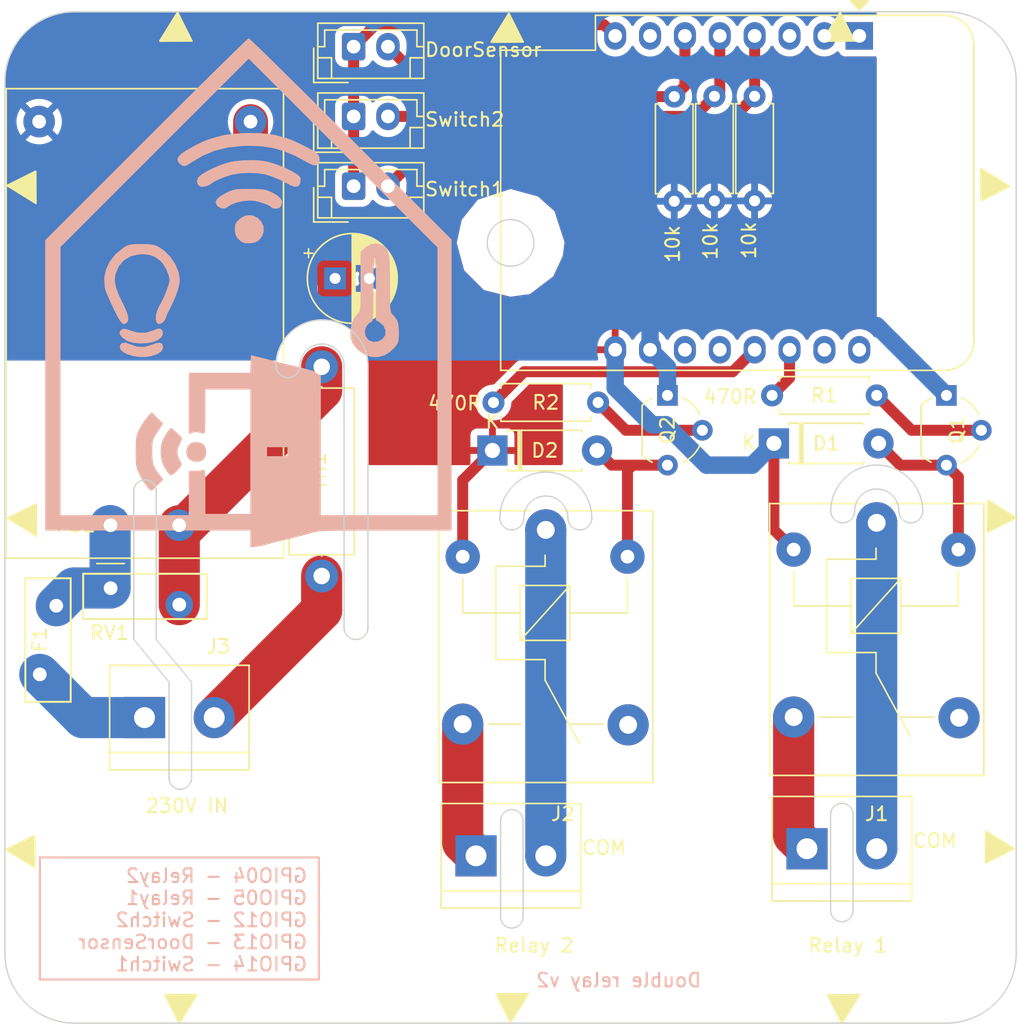
<source format=kicad_pcb>
(kicad_pcb (version 20221018) (generator pcbnew)
  (layers (0 "F.Cu" signal) (31 "B.Cu" signal) (34 "B.Paste" user) (35 "F.Paste" user) (36 "B.SilkS" user "B.Silkscreen") (37 "F.SilkS" user "F.Silkscreen") (38 "B.Mask" user) (39 "F.Mask" user) (44 "Edge.Cuts" user))
  (net 0 "")
  (net 2 "/Relay1_NO")
  (net 3 "Net-(J3-Pin_1)")
  (net 4 "Net-(PS1-AC{slash}N)")
  (net 5 "GND")
  (net 6 "/Door_Sensor")
  (net 7 "+5V")
  (net 8 "/Switch1")
  (net 9 "/Relay1")
  (net 10 "/Relay2")
  (net 15 "+3.3V")
  (net 16 "/Switch2")
  (net 20 "Net-(D1-A)")
  (net 21 "Net-(Q1-B)")
  (net 22 "Net-(D2-A)")
  (net 23 "Net-(Q2-B)")
  (net 24 "/Relay1_COM")
  (net 25 "/Relay2_COM")
  (net 26 "/Relay2_NO")
  (net 27 "Net-(PS1-AC{slash}L)")
  (net 28 "Net-(J3-Pin_2)")
  (footprint "TerminalBlock:TerminalBlock_bornier-2_P5.08mm" (layer "F.Cu") (at 66.046649 76.808031)
    (fp_text reference "J3" (at 5.392307 -5.176517) (layer "F.SilkS"))
    (fp_text value "Screw_Terminal_01x02")
    (pad "1" thru_hole rect (at 0 0) (size 3 3) (drill 1.52) (layers "*.Cu" "*.Mask") (net 3 "Net-(J3-Pin_1)"))
    (pad "2" thru_hole circle (at 5.08 0) (size 3 3) (drill 1.52) (layers "*.Cu" "*.Mask") (net 28 "Net-(J3-Pin_2)"))
  )
  (footprint "Diode_THT:D_DO-41_SOD81_P7.62mm_Horizontal" (layer "F.Cu") (at 111.891164 56.83622)
    (fp_text reference "D1" (at 3.81 0) (layer "F.SilkS"))
    (fp_text value "1N4001")
    (fp_text user "K" (at -1.807468 -0.041727) (layer "F.SilkS"))
    (pad "1" thru_hole rect (at 0 0) (size 2.2 2.2) (drill 1.1) (layers "*.Cu" "*.Mask") (net 7 "+5V"))
    (pad "2" thru_hole oval (at 7.62 0) (size 2.2 2.2) (drill 1.1) (layers "*.Cu" "*.Mask") (net 20 "Net-(D1-A)"))
  )
  (footprint "TerminalBlock:TerminalBlock_bornier-2_P5.08mm" (layer "F.Cu") (at 114.3 86.36)
    (fp_text reference "J1" (at 5.08 -2.54) (layer "F.SilkS"))
    (fp_text value "Screw_Terminal_01x02")
    (pad "1" thru_hole rect (at 0 0) (size 3 3) (drill 1.52) (layers "*.Cu" "*.Mask") (net 2 "/Relay1_NO"))
    (pad "2" thru_hole circle (at 5.08 0) (size 3 3) (drill 1.52) (layers "*.Cu" "*.Mask") (net 24 "/Relay1_COM"))
  )
  (footprint "Package_TO_SOT_THT:TO-92_Wide" (layer "F.Cu") (at 124.46 53.34 -90)
    (fp_text reference "Q1" (at 2.54 -0.77 90) (layer "F.SilkS"))
    (fp_text value "2N3904")
    (pad "1" thru_hole rect (at 0 0 270) (size 1.5 1.5) (drill 0.8) (layers "*.Cu" "*.Mask") (net 5 "GND"))
    (pad "2" thru_hole circle (at 2.54 -2.54 270) (size 1.5 1.5) (drill 0.8) (layers "*.Cu" "*.Mask") (net 21 "Net-(Q1-B)"))
    (pad "3" thru_hole circle (at 5.08 0 270) (size 1.5 1.5) (drill 0.8) (layers "*.Cu" "*.Mask") (net 20 "Net-(D1-A)"))
  )
  (footprint "Capacitor_THT:CP_Radial_D6.3mm_P2.50mm" (layer "F.Cu") (at 79.930232 44.820125)
    (fp_text reference "C1" hide)
    (fp_text value "470uF")
    (pad "1" thru_hole rect (at 0 0) (size 1.6 1.6) (drill 0.8) (layers "*.Cu" "*.Mask") (net 7 "+5V"))
    (pad "2" thru_hole circle (at 2.5 0) (size 1.6 1.6) (drill 0.8) (layers "*.Cu" "*.Mask") (net 5 "GND"))
  )
  (footprint "Various_Custom_Parts:resetable_fuse_D9mm_W3.3mm_P5mm" (layer "F.Cu") (at 58.42 73.66 90)
    (fp_text reference "F1" (at 2.54 0 90) (layer "F.SilkS"))
    (fp_text value "fuse 250V 2A")
    (pad "1" thru_hole circle (at 0 0 90) (size 2 2) (drill 1) (layers "*.Cu" "*.Mask") (net 3 "Net-(J3-Pin_1)"))
    (pad "2" thru_hole circle (at 5 1.2 90) (size 2 2) (drill 1) (layers "*.Cu" "*.Mask") (net 27 "Net-(PS1-AC{slash}L)"))
  )
  (footprint "Connector_JST:JST_EH_B2B-EH-A_1x02_P2.50mm_Vertical" (layer "F.Cu") (at 81.28 33.02)
    (fp_text reference "Switch2" hide)
    (fp_text value "Conn_01x02_Pin" hide)
    (pad "1" thru_hole roundrect (at 0 0) (size 1.7 2) (drill 1) (layers "*.Cu" "*.Mask") (roundrect_rratio 0.1470588235) (net 15 "+3.3V"))
    (pad "2" thru_hole oval (at 2.5 0) (size 1.7 2) (drill 1) (layers "*.Cu" "*.Mask") (net 16 "/Switch2"))
  )
  (footprint "Resistor_THT:R_Axial_DIN0207_L6.3mm_D2.5mm_P7.62mm_Horizontal" (layer "F.Cu") (at 99.085131 53.85531 180)
    (fp_text reference "R2" (at 3.81 0) (layer "F.SilkS"))
    (fp_text value "470R")
    (pad "1" thru_hole circle (at 0 0 180) (size 1.6 1.6) (drill 0.8) (layers "*.Cu" "*.Mask") (net 23 "Net-(Q2-B)"))
    (pad "2" thru_hole oval (at 7.62 0 180) (size 1.6 1.6) (drill 0.8) (layers "*.Cu" "*.Mask") (net 10 "/Relay2"))
  )
  (footprint "Various_Custom_Parts:resetable_fuse_D9mm_W3.3mm_P5mm" (layer "F.Cu") (at 63.58 67.38)
    (fp_text reference "RV1" (at -0.08 3.25) (layer "F.SilkS"))
    (fp_text value "7D391K")
    (pad "1" thru_hole circle (at 0 0) (size 2 2) (drill 1) (layers "*.Cu" "*.Mask") (net 27 "Net-(PS1-AC{slash}L)"))
    (pad "2" thru_hole circle (at 5 1.2) (size 2 2) (drill 1) (layers "*.Cu" "*.Mask") (net 4 "Net-(PS1-AC{slash}N)"))
  )
  (footprint "Connector_JST:JST_EH_B2B-EH-A_1x02_P2.50mm_Vertical" (layer "F.Cu") (at 81.28 38.1)
    (fp_text reference "Switch1" hide)
    (fp_text value "Conn_01x02_Pin" hide)
    (pad "1" thru_hole roundrect (at 0 0) (size 1.7 2) (drill 1) (layers "*.Cu" "*.Mask") (roundrect_rratio 0.1470588235) (net 15 "+3.3V"))
    (pad "2" thru_hole oval (at 2.5 0) (size 1.7 2) (drill 1) (layers "*.Cu" "*.Mask") (net 8 "/Switch1"))
  )
  (footprint "Relay_THT:Relay_SPDT_SANYOU_SRD_Series_Form_C" (layer "F.Cu") (at 95.275131 63.13531 -90)
    (fp_text reference "K2" hide)
    (fp_text value "SANYOU_SRD_Form_C")
    (pad "1" thru_hole circle (at 0 0) (size 3 3) (drill 1.3) (layers "*.Cu" "*.Mask") (net 25 "/Relay2_COM"))
    (pad "2" thru_hole circle (at 1.95 6.05) (size 2.5 2.5) (drill 1) (layers "*.Cu" "*.Mask") (net 7 "+5V"))
    (pad "3" thru_hole circle (at 14.15 6.05) (size 3 3) (drill 1.3) (layers "*.Cu" "*.Mask") (net 26 "/Relay2_NO"))
    (pad "4" thru_hole circle (at 14.2 -6) (size 3 3) (drill 1.3) (layers "*.Cu" "*.Mask"))
    (pad "5" thru_hole circle (at 1.95 -5.95) (size 2.5 2.5) (drill 1) (layers "*.Cu" "*.Mask") (net 22 "Net-(D2-A)"))
  )
  (footprint "Relay_THT:Relay_SPDT_SANYOU_SRD_Series_Form_C" (layer "F.Cu") (at 119.38 62.62 -90)
    (fp_text reference "K1" hide)
    (fp_text value "SANYOU_SRD_Form_C")
    (pad "1" thru_hole circle (at 0 0) (size 3 3) (drill 1.3) (layers "*.Cu" "*.Mask") (net 24 "/Relay1_COM"))
    (pad "2" thru_hole circle (at 1.95 6.05) (size 2.5 2.5) (drill 1) (layers "*.Cu" "*.Mask") (net 7 "+5V"))
    (pad "3" thru_hole circle (at 14.15 6.05) (size 3 3) (drill 1.3) (layers "*.Cu" "*.Mask") (net 2 "/Relay1_NO"))
    (pad "4" thru_hole circle (at 14.2 -6) (size 3 3) (drill 1.3) (layers "*.Cu" "*.Mask"))
    (pad "5" thru_hole circle (at 1.95 -5.95) (size 2.5 2.5) (drill 1) (layers "*.Cu" "*.Mask") (net 20 "Net-(D1-A)"))
  )
  (footprint "Diode_THT:D_DO-41_SOD81_P7.62mm_Horizontal" (layer "F.Cu") (at 91.391342 57.35153)
    (fp_text reference "D2" (at 3.81 0) (layer "F.SilkS"))
    (fp_text value "1N4001")
    (fp_text user "K" (at 0 -2.1) (layer "F.SilkS"))
    (pad "1" thru_hole rect (at 0 0) (size 2.2 2.2) (drill 1.1) (layers "*.Cu" "*.Mask") (net 7 "+5V"))
    (pad "2" thru_hole oval (at 7.62 0) (size 2.2 2.2) (drill 1.1) (layers "*.Cu" "*.Mask") (net 22 "Net-(D2-A)"))
  )
  (footprint "Resistor_THT:R_Axial_DIN0207_L6.3mm_D2.5mm_P7.62mm_Horizontal" (layer "F.Cu") (at 119.38 53.34 180)
    (fp_text reference "R1" (at 3.81 0) (layer "F.SilkS"))
    (fp_text value "470R")
    (pad "1" thru_hole circle (at 0 0 180) (size 1.6 1.6) (drill 0.8) (layers "*.Cu" "*.Mask") (net 21 "Net-(Q1-B)"))
    (pad "2" thru_hole oval (at 7.62 0 180) (size 1.6 1.6) (drill 0.8) (layers "*.Cu" "*.Mask") (net 9 "/Relay1"))
  )
  (footprint "Resistor_THT:R_Axial_DIN0207_L6.3mm_D2.5mm_P7.62mm_Horizontal" (layer "F.Cu") (at 107.558163 31.552827 -90)
    (fp_text reference "R4" hide)
    (fp_text value "10k" hide)
    (pad "1" thru_hole circle (at 0 0 270) (size 1.6 1.6) (drill 0.8) (layers "*.Cu" "*.Mask") (net 16 "/Switch2"))
    (pad "2" thru_hole oval (at 7.62 0 270) (size 1.6 1.6) (drill 0.8) (layers "*.Cu" "*.Mask") (net 5 "GND"))
  )
  (footprint "Resistor_THT:R_Axial_DIN0207_L6.3mm_D2.5mm_P7.62mm_Horizontal" (layer "F.Cu") (at 110.483645 31.552827 -90)
    (fp_text reference "R3" hide)
    (fp_text value "10k" hide)
    (pad "1" thru_hole circle (at 0 0 270) (size 1.6 1.6) (drill 0.8) (layers "*.Cu" "*.Mask") (net 8 "/Switch1"))
    (pad "2" thru_hole oval (at 7.62 0 270) (size 1.6 1.6) (drill 0.8) (layers "*.Cu" "*.Mask") (net 5 "GND"))
  )
  (footprint "Resistor_THT:R_Axial_DIN0414_L11.9mm_D4.5mm_P15.24mm_Horizontal" (layer "F.Cu") (at 78.951901 51.255515 -90)
    (fp_text reference "TH1" (at 7.62 0.211901 90) (layer "F.SilkS"))
    (fp_text value "Thermistor")
    (pad "1" thru_hole circle (at 0 0 270) (size 2.4 2.4) (drill 1.2) (layers "*.Cu" "*.Mask") (net 4 "Net-(PS1-AC{slash}N)"))
    (pad "2" thru_hole oval (at 15.24 0 270) (size 2.4 2.4) (drill 1.2) (layers "*.Cu" "*.Mask") (net 28 "Net-(J3-Pin_2)"))
  )
  (footprint "Package_TO_SOT_THT:TO-92_Wide" (layer "F.Cu") (at 104.14 53.34 -90)
    (fp_text reference "Q2" (at 2.54 0 90) (layer "F.SilkS"))
    (fp_text value "2N3904")
    (pad "1" thru_hole rect (at 0 0 270) (size 1.5 1.5) (drill 0.8) (layers "*.Cu" "*.Mask") (net 5 "GND"))
    (pad "2" thru_hole circle (at 2.54 -2.54 270) (size 1.5 1.5) (drill 0.8) (layers "*.Cu" "*.Mask") (net 23 "Net-(Q2-B)"))
    (pad "3" thru_hole circle (at 5.08 0 270) (size 1.5 1.5) (drill 0.8) (layers "*.Cu" "*.Mask") (net 22 "Net-(D2-A)"))
  )
  (footprint "Resistor_THT:R_Axial_DIN0207_L6.3mm_D2.5mm_P7.62mm_Horizontal" (layer "F.Cu") (at 104.632681 31.57741 -90)
    (fp_text reference "R5" hide)
    (fp_text value "10k" hide)
    (pad "1" thru_hole circle (at 0 0 270) (size 1.6 1.6) (drill 0.8) (layers "*.Cu" "*.Mask") (net 6 "/Door_Sensor"))
    (pad "2" thru_hole oval (at 7.62 0 270) (size 1.6 1.6) (drill 0.8) (layers "*.Cu" "*.Mask") (net 5 "GND"))
  )
  (footprint "Connector_JST:JST_EH_B2B-EH-A_1x02_P2.50mm_Vertical" (layer "F.Cu") (at 81.28 27.94)
    (fp_text reference "DoorSensor1" hide)
    (fp_text value "Conn_01x02_Pin" hide)
    (pad "1" thru_hole roundrect (at 0 0) (size 1.7 2) (drill 1) (layers "*.Cu" "*.Mask") (roundrect_rratio 0.1470588235) (net 15 "+3.3V"))
    (pad "2" thru_hole oval (at 2.5 0) (size 1.7 2) (drill 1) (layers "*.Cu" "*.Mask") (net 6 "/Door_Sensor"))
  )
  (footprint "Converter_ACDC:Converter_ACDC_HiLink_HLK-PMxx" (layer "F.Cu") (at 63.572845 62.797865 90)
    (fp_text reference "PS1" (at 0 -2.54) (layer "F.SilkS"))
    (fp_text value "HLK-PM01")
    (pad "1" thru_hole rect (at 0 0 90) (size 2.3 2) (drill 1) (layers "*.Cu" "*.Mask") (net 27 "Net-(PS1-AC{slash}L)"))
    (pad "2" thru_hole circle (at 0 5 90) (size 2.3 2.3) (drill 1) (layers "*.Cu" "*.Mask") (net 4 "Net-(PS1-AC{slash}N)"))
    (pad "3" thru_hole circle (at 29.4 -5.2 90) (size 2.3 2.3) (drill 1) (layers "*.Cu" "*.Mask") (net 5 "GND"))
    (pad "4" thru_hole circle (at 29.4 10.2 90) (size 2.3 2.3) (drill 1) (layers "*.Cu" "*.Mask") (net 7 "+5V"))
  )
  (footprint "Module:WEMOS_D1_mini_light" (layer "F.Cu") (at 118.11 27.155 -90)
    (fp_text reference "U1" hide)
    (fp_text value "WeMos_D1_mini")
    (pad "1" thru_hole rect (at 0 0 270) (size 2 2) (drill 1) (layers "*.Cu" "*.Mask"))
    (pad "2" thru_hole oval (at 0 2.54 270) (size 2 1.6) (drill 1) (layers "*.Cu" "*.Mask"))
    (pad "3" thru_hole oval (at 0 5.08 270) (size 2 1.6) (drill 1) (layers "*.Cu" "*.Mask"))
    (pad "4" thru_hole oval (at 0 7.62 270) (size 2 1.6) (drill 1) (layers "*.Cu" "*.Mask") (net 8 "/Switch1"))
    (pad "5" thru_hole oval (at 0 10.16 270) (size 2 1.6) (drill 1) (layers "*.Cu" "*.Mask") (net 16 "/Switch2"))
    (pad "6" thru_hole oval (at 0 12.7 270) (size 2 1.6) (drill 1) (layers "*.Cu" "*.Mask") (net 6 "/Door_Sensor"))
    (pad "7" thru_hole oval (at 0 15.24 270) (size 2 1.6) (drill 1) (layers "*.Cu" "*.Mask"))
    (pad "8" thru_hole oval (at 0 17.78 270) (size 2 1.6) (drill 1) (layers "*.Cu" "*.Mask") (net 15 "+3.3V"))
    (pad "9" thru_hole oval (at 22.86 17.78 270) (size 2 1.6) (drill 1) (layers "*.Cu" "*.Mask") (net 7 "+5V"))
    (pad "10" thru_hole oval (at 22.86 15.24 270) (size 2 1.6) (drill 1) (layers "*.Cu" "*.Mask") (net 5 "GND"))
    (pad "11" thru_hole oval (at 22.86 12.7 270) (size 2 1.6) (drill 1) (layers "*.Cu" "*.Mask"))
    (pad "12" thru_hole oval (at 22.86 10.16 270) (size 2 1.6) (drill 1) (layers "*.Cu" "*.Mask"))
    (pad "13" thru_hole oval (at 22.86 7.62 270) (size 2 1.6) (drill 1) (layers "*.Cu" "*.Mask") (net 10 "/Relay2"))
    (pad "14" thru_hole oval (at 22.86 5.08 270) (size 2 1.6) (drill 1) (layers "*.Cu" "*.Mask") (net 9 "/Relay1"))
    (pad "15" thru_hole oval (at 22.86 2.54 270) (size 2 1.6) (drill 1) (layers "*.Cu" "*.Mask"))
    (pad "16" thru_hole oval (at 22.86 0 270) (size 2 1.6) (drill 1) (layers "*.Cu" "*.Mask"))
  )
  (footprint "TerminalBlock:TerminalBlock_bornier-2_P5.08mm" (layer "F.Cu") (at 90.195131 86.87531)
    (fp_text reference "J2" (at 6.324869 -3.05531) (layer "F.SilkS"))
    (fp_text value "Screw_Terminal_01x02")
    (pad "1" thru_hole rect (at 0 0) (size 3 3) (drill 1.52) (layers "*.Cu" "*.Mask") (net 26 "/Relay2_NO"))
    (pad "2" thru_hole circle (at 5.08 0) (size 3 3) (drill 1.52) (layers "*.Cu" "*.Mask") (net 25 "/Relay2_COM"))
  )
  (footprint "LOGO" (layer "B.Cu") (at 73.66 45.72 180)
    (fp_text reference "G***" hide)
    (fp_text value "LOGO" hide)
  )
  (gr_poly locked (pts (xy 129.515067 62.250303) (xy 127.474148 63.27132) (xy 127.46066 60.977872)) (stroke (width 0.15)) (fill solid) (layer "F.SilkS"))
  (gr_poly locked (pts (xy 56.107404 62.286087) (xy 58.148323 61.26507) (xy 58.161811 63.558518)) (stroke (width 0.15)) (fill solid) (layer "F.SilkS"))
  (gr_poly locked (pts (xy 56.06705 38.053909) (xy 58.107969 37.032892) (xy 58.121457 39.32634)) (stroke (width 0.15)) (fill solid) (layer "F.SilkS"))
  (gr_poly locked (pts (xy 55.990896 86.432193) (xy 58.031815 85.411176) (xy 58.045303 87.704624)) (stroke (width 0.15)) (fill solid) (layer "F.SilkS"))
  (gr_poly locked (pts (xy 92.586746 25.540144) (xy 93.607763 27.581063) (xy 91.314315 27.594551)) (stroke (width 0.15)) (fill solid) (layer "F.SilkS"))
  (gr_poly locked (pts (xy 116.714315 25.465206) (xy 117.735332 27.506125) (xy 115.441884 27.519613)) (stroke (width 0.15)) (fill solid) (layer "F.SilkS"))
  (gr_poly locked (pts (xy 68.454315 25.465206) (xy 69.475332 27.506125) (xy 67.181884 27.519613)) (stroke (width 0.15)) (fill solid) (layer "F.SilkS"))
  (gr_poly locked (pts (xy 129.371496 86.357133) (xy 127.330577 87.37815) (xy 127.317089 85.084702)) (stroke (width 0.15)) (fill solid) (layer "F.SilkS"))
  (gr_poly locked (pts (xy 92.707569 98.985062) (xy 91.686552 96.944143) (xy 93.98 96.930655)) (stroke (width 0.15)) (fill solid) (layer "F.SilkS"))
  (gr_poly locked (pts (xy 68.58 99.06) (xy 67.558983 97.019081) (xy 69.852431 97.005593)) (stroke (width 0.15)) (fill solid) (layer "F.SilkS"))
  (gr_poly locked (pts (xy 116.84 99.06) (xy 115.818983 97.019081) (xy 118.112431 97.005593)) (stroke (width 0.15)) (fill solid) (layer "F.SilkS"))
  (gr_poly locked (pts (xy 129.040919 38.117872) (xy 127 39.138889) (xy 126.986512 36.845441)) (stroke (width 0.15)) (fill solid) (layer "F.SilkS"))
  (gr_arc locked (start 55.88 30.48) (mid 57.367898 26.887898) (end 60.96 25.4) (stroke (width 0.1)) (layer "Edge.Cuts"))
  (gr_arc (start 77.367214 51.187815) (mid 76.500085 52.048112) (end 75.627473 51.193396) (stroke (width 0.1)) (layer "Edge.Cuts"))
  (gr_arc locked (start 124.46 25.4) (mid 128.052102 26.887898) (end 129.54 30.48) (stroke (width 0.1)) (layer "Edge.Cuts"))
  (gr_line (start 65.267049 71.12) (end 67.833824 74.21914) (stroke (width 0.1)) (layer "Edge.Cuts"))
  (gr_line (start 66.90355 71.12) (end 66.90355 60.300077) (stroke (width 0.1)) (layer "Edge.Cuts"))
  (gr_line (start 82.323145 51.187686) (end 82.323145 70.259742) (stroke (width 0.1)) (layer "Edge.Cuts"))
  (gr_arc (start 93.669893 62.276916) (mid 95.279298 60.675061) (end 96.886061 62.279541) (stroke (width 0.1)) (layer "Edge.Cuts"))
  (gr_line (start 117.657709 83.865903) (end 117.657709 90.865903) (stroke (width 0.1)) (layer "Edge.Cuts"))
  (gr_arc (start 65.267048 60.300077) (mid 66.085299 59.481826) (end 66.90355 60.300077) (stroke (width 0.1)) (layer "Edge.Cuts"))
  (gr_arc (start 75.627473 51.193396) (mid 78.972459 47.849041) (end 82.323144 51.187686) (stroke (width 0.1)) (layer "Edge.Cuts"))
  (gr_arc (start 122.730691 61.75864) (mid 121.863595 62.618932) (end 120.99095 61.764221) (stroke (width 0.1)) (layer "Edge.Cuts"))
  (gr_line (start 80.583404 51.193267) (end 80.583404 70.265323) (stroke (width 0.1)) (layer "Edge.Cuts"))
  (gr_line (start 66.90355 71.12) (end 69.470325 74.21914) (stroke (width 0.1)) (layer "Edge.Cuts"))
  (gr_arc (start 116.021209 83.865903) (mid 116.839459 83.047653) (end 117.657709 83.865903) (stroke (width 0.1)) (layer "Edge.Cuts"))
  (gr_arc locked (start 60.96 99.06) (mid 57.367898 97.572102) (end 55.88 93.98) (stroke (width 0.1)) (layer "Edge.Cuts"))
  (gr_line (start 67.833824 74.21914) (end 67.833824 81.21914) (stroke (width 0.1)) (layer "Edge.Cuts"))
  (gr_arc (start 93.669872 62.274089) (mid 92.802776 63.134203) (end 91.930131 62.27967) (stroke (width 0.1)) (layer "Edge.Cuts"))
  (gr_arc (start 117.77476 61.758769) (mid 116.907597 62.619002) (end 116.035019 61.76435) (stroke (width 0.1)) (layer "Edge.Cuts"))
  (gr_line (start 91.984708 84.323313) (end 91.984708 91.323313) (stroke (width 0.1)) (layer "Edge.Cuts"))
  (gr_line locked (start 129.54 30.48) (end 129.54 93.98) (stroke (width 0.1)) (layer "Edge.Cuts"))
  (gr_circle locked (center 92.71 42.23) (end 94.41 42.23) (stroke (width 0.1)) (fill none) (layer "Edge.Cuts"))
  (gr_line (start 93.621209 84.323313) (end 93.621209 91.323313) (stroke (width 0.1)) (layer "Edge.Cuts"))
  (gr_arc (start 77.367235 51.190642) (mid 78.976607 49.588872) (end 80.583403 51.193267) (stroke (width 0.1)) (layer "Edge.Cuts"))
  (gr_line (start 69.470325 74.21914) (end 69.470325 81.21914) (stroke (width 0.1)) (layer "Edge.Cuts"))
  (gr_arc (start 116.035019 61.76435) (mid 119.38 58.42) (end 122.73069 61.75864) (stroke (width 0.1)) (layer "Edge.Cuts"))
  (gr_line (start 116.021208 83.865903) (end 116.021208 90.865903) (stroke (width 0.1)) (layer "Edge.Cuts"))
  (gr_arc (start 69.470326 81.21914) (mid 68.652075 82.037391) (end 67.833824 81.21914) (stroke (width 0.1)) (layer "Edge.Cuts"))
  (gr_arc (start 93.62121 91.323313) (mid 92.802959 92.141564) (end 91.984708 91.323313) (stroke (width 0.1)) (layer "Edge.Cuts"))
  (gr_arc (start 117.65771 90.865903) (mid 116.839459 91.684154) (end 116.021208 90.865903) (stroke (width 0.1)) (layer "Edge.Cuts"))
  (gr_arc (start 98.625803 62.27396) (mid 97.758677 63.134233) (end 96.886062 62.279541) (stroke (width 0.1)) (layer "Edge.Cuts"))
  (gr_arc (start 91.930131 62.27967) (mid 95.275131 58.93531) (end 98.625802 62.27396) (stroke (width 0.1)) (layer "Edge.Cuts"))
  (gr_arc (start 91.984709 84.323313) (mid 92.802959 83.505063) (end 93.621209 84.323313) (stroke (width 0.1)) (layer "Edge.Cuts"))
  (gr_line locked (start 60.96 25.4) (end 124.46 25.4) (stroke (width 0.1)) (layer "Edge.Cuts"))
  (gr_arc locked (start 129.54 93.98) (mid 128.052102 97.572102) (end 124.46 99.06) (stroke (width 0.1)) (layer "Edge.Cuts"))
  (gr_line locked (start 55.88 93.98) (end 55.88 30.48) (stroke (width 0.1)) (layer "Edge.Cuts"))
  (gr_arc (start 82.323145 70.259742) (mid 81.455985 71.12) (end 80.583404 70.265323) (stroke (width 0.1)) (layer "Edge.Cuts"))
  (gr_arc (start 117.774781 61.761596) (mid 119.384217 60.159662) (end 120.990949 61.764221) (stroke (width 0.1)) (layer "Edge.Cuts"))
  (gr_line (start 65.267049 71.12) (end 65.267049 60.300077) (stroke (width 0.1)) (layer "Edge.Cuts"))
  (gr_line locked (start 124.46 99.06) (end 60.96 99.06) (stroke (width 0.1)) (layer "Edge.Cuts"))
  (gr_text "Double relay v2\n" (at 106.68 96.52) (layer "B.SilkS") (effects (font (size 1 1)) (justify left bottom mirror)))
  (gr_text "470R" (at 86.603052 54.497781) (layer "F.SilkS") (effects (font (size 1 1)) (justify left bottom)))
  (gr_text "Switch1\n" (at 86.39 38.91) (layer "F.SilkS") (effects (font (size 1 1)) (justify left bottom)))
  (gr_text "230V IN\n" (at 66.04 83.82) (layer "F.SilkS") (effects (font (size 1 1)) (justify left bottom)))
  (gr_text "COM\n" (at 121.92 86.36) (layer "F.SilkS") (effects (font (size 1 1)) (justify left bottom)))
  (gr_text "10k" (at 107.856803 43.554553 90) (layer "F.SilkS") (effects (font (size 1 1)) (justify left bottom)))
  (gr_text "Relay 2" (at 91.44 93.98) (layer "F.SilkS") (effects (font (size 1 1)) (justify left bottom)))
  (gr_text "470R" (at 106.68 54.018995) (layer "F.SilkS") (effects (font (size 1 1)) (justify left bottom)))
  (gr_text "Relay 1" (at 114.3 93.98) (layer "F.SilkS") (effects (font (size 1 1)) (justify left bottom)))
  (gr_text "Switch2\n" (at 86.39 33.83) (layer "F.SilkS") (effects (font (size 1 1)) (justify left bottom)))
  (gr_text "10k" (at 105.104038 43.758462 90) (layer "F.SilkS") (effects (font (size 1 1)) (justify left bottom)))
  (gr_text "COM\n" (at 97.815131 86.87531) (layer "F.SilkS") (effects (font (size 1 1)) (justify left bottom)))
  (gr_text "10k" (at 110.660546 43.503576 90) (layer "F.SilkS") (effects (font (size 1 1)) (justify left bottom)))
  (gr_text "DoorSensor" (at 86.39 28.75) (layer "F.SilkS") (effects (font (size 1 1)) (justify left bottom)))
  (gr_text_box "GPIO04 - Relay2\nGPIO05 - Relay1\nGPIO12 - Switch2\nGPIO13 - DoorSensor\nGPIO14 - Switch1" (start 58.42 86.995) (end 78.74 95.885) (layer "B.SilkS") (effects (font (size 1 1)) (justify left top mirror)) (stroke (width 0.15)))
  (segment (start 113.33 76.77) (end 113.33 85.39) (width 3) (layer "F.Cu") (net 2))
  (segment (start 113.33 85.39) (end 114.3 86.36) (width 3) (layer "F.Cu") (net 2))
  (segment (start 61.568031 76.808031) (end 58.42 73.66) (width 3) (layer "B.Cu") (net 3))
  (segment (start 66.046649 76.808031) (end 61.568031 76.808031) (width 3) (layer "B.Cu") (net 3))
  (segment (start 78.951901 52.952571) (end 69.081972 62.8225) (width 3) (layer "F.Cu") (net 4))
  (segment (start 69.081972 62.8225) (end 68.569913 62.8225) (width 2.54) (layer "F.Cu") (net 4))
  (segment (start 68.58 68.58) (end 68.58 62.832587) (width 3) (layer "F.Cu") (net 4))
  (segment (start 78.951901 51.255515) (end 78.951901 52.952571) (width 3) (layer "F.Cu") (net 4))
  (segment (start 68.58 62.832587) (end 68.569913 62.8225) (width 2.54) (layer "F.Cu") (net 4))
  (segment (start 102.87 48.548069) (end 102.870073 48.547996) (width 1.27) (layer "B.Cu") (net 5))
  (segment (start 119.38 48.26) (end 119.745 48.625) (width 1.27) (layer "B.Cu") (net 5))
  (segment (start 120.65 49.53) (end 119.38 48.26) (width 1.27) (layer "B.Cu") (net 5))
  (segment (start 124.46 53.34) (end 120.65 49.53) (width 1.27) (layer "B.Cu") (net 5))
  (segment (start 104.14 51.285) (end 102.87 50.015) (width 1.27) (layer "B.Cu") (net 5))
  (segment (start 102.87 50.015) (end 102.87 48.548069) (width 1.27) (layer "B.Cu") (net 5))
  (segment (start 104.14 53.34) (end 104.14 51.285) (width 1.27) (layer "B.Cu") (net 5))
  (segment (start 104.602744 31.547473) (end 104.632681 31.57741) (width 0.8) (layer "F.Cu") (net 6))
  (segment (start 105.006792 31.547473) (end 105.173526 31.380739) (width 0.508) (layer "F.Cu") (net 6))
  (segment (start 104.632681 31.57741) (end 87.41741 31.57741) (width 0.8) (layer "F.Cu") (net 6))
  (segment (start 105.41 30.800091) (end 104.632681 31.57741) (width 0.8) (layer "F.Cu") (net 6))
  (segment (start 105.41 27.155) (end 105.41 30.800091) (width 0.8) (layer "F.Cu") (net 6))
  (segment (start 87.41741 31.57741) (end 83.78 27.94) (width 0.8) (layer "F.Cu") (net 6))
  (segment (start 111.891164 56.83622) (end 111.891164 63.131164) (width 0.8) (layer "F.Cu") (net 7))
  (segment (start 89.225131 59.517741) (end 91.391342 57.35153) (width 0.8) (layer "F.Cu") (net 7))
  (segment (start 79.930232 44.10986) (end 81.070046 42.970046) (width 2.54) (layer "F.Cu") (net 7))
  (segment (start 82.579506 48.26) (end 83.82 48.26) (width 2.54) (layer "F.Cu") (net 7))
  (segment (start 79.930232 44.820125) (end 79.930232 45.610726) (width 2.54) (layer "F.Cu") (net 7))
  (segment (start 79.930232 44.820125) (end 79.930232 44.10986) (width 2.54) (layer "F.Cu") (net 7))
  (segment (start 111.891164 63.131164) (end 113.33 64.57) (width 0.8) (layer "F.Cu") (net 7))
  (segment (start 89.225131 65.08531) (end 89.225131 59.517741) (width 0.8) (layer "F.Cu") (net 7))
  (segment (start 73.772845 33.397865) (end 73.772845 38.662738) (width 2.54) (layer "F.Cu") (net 7))
  (segment (start 79.930232 45.610726) (end 82.579506 48.26) (width 2.54) (layer "F.Cu") (net 7))
  (segment (start 73.772845 38.662738) (end 79.930232 44.820125) (width 2.54) (layer "F.Cu") (net 7))
  (segment (start 100.33 50.015) (end 100.33 52.787939) (width 1.27) (layer "B.Cu") (net 7))
  (segment (start 104.035646 55.477175) (end 106.978471 58.42) (width 1.27) (layer "B.Cu") (net 7))
  (segment (start 103.019236 55.477175) (end 104.035646 55.477175) (width 1.27) (layer "B.Cu") (net 7))
  (segment (start 110.307384 58.42) (end 111.891164 56.83622) (width 1.27) (layer "B.Cu") (net 7))
  (segment (start 100.33 52.787939) (end 103.019236 55.477175) (width 1.27) (layer "B.Cu") (net 7))
  (segment (start 106.978471 58.42) (end 110.307384 58.42) (width 1.27) (layer "B.Cu") (net 7))
  (segment (start 110.49 27.155) (end 110.49 31.546472) (width 0.8) (layer "F.Cu") (net 8))
  (segment (start 110.49 31.546472) (end 110.483645 31.552827) (width 0.8) (layer "F.Cu") (net 8))
  (segment (start 87.156585 34.723415) (end 107.313057 34.723415) (width 0.8) (layer "F.Cu") (net 8))
  (segment (start 107.313057 34.723415) (end 110.483645 31.552827) (width 0.8) (layer "F.Cu") (net 8))
  (segment (start 83.78 38.1) (end 87.156585 34.723415) (width 0.8) (layer "F.Cu") (net 8))
  (segment (start 113.03 52.07) (end 111.76 53.34) (width 0.8) (layer "F.Cu") (net 9))
  (segment (start 113.03 50.015) (end 113.03 52.07) (width 0.8) (layer "F.Cu") (net 9))
  (segment (start 93.705441 51.615) (end 91.465131 53.85531) (width 0.8) (layer "F.Cu") (net 10))
  (segment (start 110.49 50.015) (end 108.89 51.615) (width 0.8) (layer "F.Cu") (net 10))
  (segment (start 108.89 51.615) (end 93.705441 51.615) (width 0.8) (layer "F.Cu") (net 10))
  (segment (start 99.515 26.34) (end 82.88 26.34) (width 0.8) (layer "F.Cu") (net 15))
  (segment (start 82.88 26.34) (end 81.28 27.94) (width 0.8) (layer "F.Cu") (net 15))
  (segment (start 81.28 27.94) (end 81.28 33.02) (width 0.8) (layer "F.Cu") (net 15))
  (segment (start 81.28 33.02) (end 81.28 38.1) (width 0.8) (layer "F.Cu") (net 15))
  (segment (start 100.33 27.155) (end 99.515 26.34) (width 0.8) (layer "F.Cu") (net 15))
  (segment (start 107.95 27.155) (end 107.95 31.16099) (width 0.8) (layer "F.Cu") (net 16))
  (segment (start 107.558163 31.552827) (end 106.09099 33.02) (width 0.8) (layer "F.Cu") (net 16))
  (segment (start 106.09099 33.02) (end 83.78 33.02) (width 0.8) (layer "F.Cu") (net 16))
  (segment (start 107.95 31.16099) (end 107.558163 31.552827) (width 0.8) (layer "F.Cu") (net 16))
  (segment (start 125.33 59.29) (end 124.46 58.42) (width 0.8) (layer "F.Cu") (net 20))
  (segment (start 125.33 64.57) (end 125.33 59.29) (width 0.8) (layer "F.Cu") (net 20))
  (segment (start 119.511164 56.83622) (end 121.094944 58.42) (width 0.8) (layer "F.Cu") (net 20))
  (segment (start 121.094944 58.42) (end 124.46 58.42) (width 0.8) (layer "F.Cu") (net 20))
  (segment (start 121.92 55.88) (end 127 55.88) (width 0.8) (layer "F.Cu") (net 21))
  (segment (start 119.38 53.34) (end 121.92 55.88) (width 0.8) (layer "F.Cu") (net 21))
  (segment (start 101.225131 58.794869) (end 101.6 58.42) (width 0.8) (layer "F.Cu") (net 22))
  (segment (start 101.225131 65.08531) (end 101.225131 58.794869) (width 0.8) (layer "F.Cu") (net 22))
  (segment (start 100.079812 58.42) (end 99.011342 57.35153) (width 0.8) (layer "F.Cu") (net 22))
  (segment (start 101.6 58.42) (end 100.079812 58.42) (width 0.8) (layer "F.Cu") (net 22))
  (segment (start 104.14 58.42) (end 101.6 58.42) (width 0.8) (layer "F.Cu") (net 22))
  (segment (start 99.085131 53.85531) (end 101.109821 55.88) (width 0.8) (layer "F.Cu") (net 23))
  (segment (start 101.109821 55.88) (end 106.68 55.88) (width 0.8) (layer "F.Cu") (net 23))
  (segment (start 119.38 86.36) (end 119.38 62.62) (width 3) (layer "B.Cu") (net 24))
  (segment (start 95.275131 63.13531) (end 95.275131 86.87531) (width 3) (layer "B.Cu") (net 25))
  (segment (start 89.225131 77.28531) (end 89.225131 85.90531) (width 3) (layer "F.Cu") (net 26))
  (segment (start 89.225131 85.90531) (end 90.195131 86.87531) (width 3) (layer "F.Cu") (net 26))
  (segment (start 63.54 67.368984) (end 60.911016 67.368984) (width 3) (layer "B.Cu") (net 27))
  (segment (start 60.911016 67.368984) (end 59.62 68.66) (width 3) (layer "B.Cu") (net 27))
  (segment (start 63.54 62.8225) (end 63.54 67.368984) (width 3) (layer "B.Cu") (net 27))
  (segment (start 63.54 67.368984) (end 63.551016 67.38) (width 2.54) (layer "B.Cu") (net 27))
  (segment (start 78.951901 66.495515) (end 78.951901 68.982779) (width 3) (layer "F.Cu") (net 28))
  (segment (start 78.951901 68.982779) (end 71.126649 76.808031) (width 3) (layer "F.Cu") (net 28))
  (zone (net 7) (net_name "+5V") (layer "F.Cu") (name "screw keepout") (priority 1) (connect_pads (clearance 0.5)) (min_thickness 0.25) (fill yes (thermal_gap 0.5) (thermal_bridge_width 0.5))
    (polygon (pts (xy 81.28 25.4) (xy 81.28 58.42) (xy 96.52 58.42) (xy 96.52 50.8) (xy 119.38 50.8) (xy 119.38 25.4)))
  )
  (zone (net 0) (net_name "") (layers "F&B.Cu") (name "screw keepout") (connect_pads (clearance 0)) (min_thickness 0.25)
    (keepout (tracks not_allowed) (vias not_allowed) (pads not_allowed) (copperpour not_allowed) (footprints allowed))
    (fill (thermal_gap 0.5) (thermal_bridge_width 0.5))
    (polygon (pts (xy 96.642608 42.168967) (xy 96.52 43.18) (xy 95.823324 44.672214) (xy 94.126295 45.959615) (xy 92.71 46.156653) (xy 90.761497 45.667024) (xy 89.3278 44.233328) (xy 88.783347 42.23) (xy 89.152246 40.546679) (xy 90.32261 39.083724) (xy 92.71 38.303347) (xy 94.711477 38.849651) (xy 95.917056 39.929723)))
  )
  (zone (net 5) (net_name "GND") (layer "B.Cu") (connect_pads (clearance 0.5)) (min_thickness 0.25) (fill yes (thermal_gap 0.5) (thermal_bridge_width 0.5))
    (polygon (pts (xy 55.88 25.4) (xy 55.88 50.8) (xy 119.38 50.8) (xy 119.38 25.4)))
  )
)
</source>
